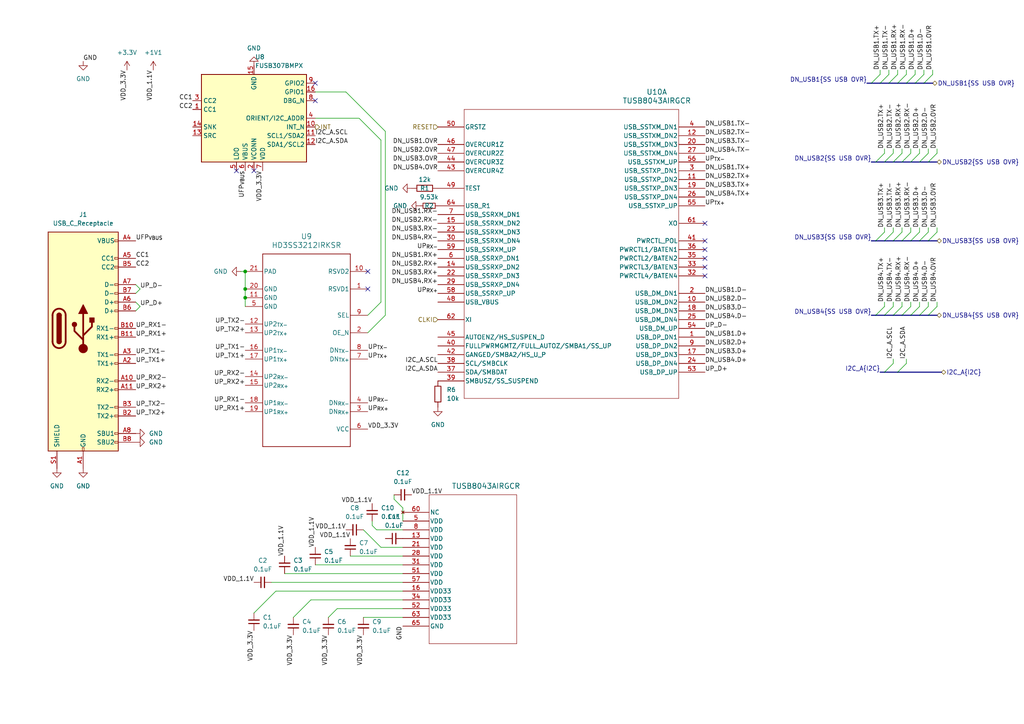
<source format=kicad_sch>
(kicad_sch (version 20230121) (generator eeschema)
  (paper "A4")
  (title_block (title "Upstream Port Module"))
  (lib_symbols
    (symbol "Connector:USB_C_Receptacle" (pin_names (offset 1.016))
      (property "Reference" "J" (at -10.16 29.21 0))
      (property "Value" "USB_C_Receptacle" (at 10.16 29.21 0))
      (symbol "USB_C_Receptacle_0_0"
        (rectangle (start -0.254 -35.56) (end 0.254 -34.544))
        (rectangle (start 10.16 -32.766) (end 9.144 -33.274))
        (rectangle (start 10.16 -30.226) (end 9.144 -30.734))
        (rectangle (start 10.16 -25.146) (end 9.144 -25.654))
        (rectangle (start 10.16 -22.606) (end 9.144 -23.114))
        (rectangle (start 10.16 -17.526) (end 9.144 -18.034))
        (rectangle (start 10.16 -14.986) (end 9.144 -15.494))
        (rectangle (start 10.16 -9.906) (end 9.144 -10.414))
        (rectangle (start 10.16 -7.366) (end 9.144 -7.874))
        (rectangle (start 10.16 -2.286) (end 9.144 -2.794))
        (rectangle (start 10.16 0.254) (end 9.144 -0.254))
        (rectangle (start 10.16 5.334) (end 9.144 4.826))
        (rectangle (start 10.16 7.874) (end 9.144 7.366))
        (rectangle (start 10.16 10.414) (end 9.144 9.906))
        (rectangle (start 10.16 12.954) (end 9.144 12.446))
        (rectangle (start 10.16 18.034) (end 9.144 17.526))
        (rectangle (start 10.16 20.574) (end 9.144 20.066))
        (rectangle (start 10.16 25.654) (end 9.144 25.146))
      )
      (symbol "USB_C_Receptacle_0_1"
        (rectangle (start -10.16 27.94) (end 10.16 -35.56) (stroke (width 0.254)) (fill (type background)))
        (arc (start -8.89 -3.81) (mid -6.985 -5.7067) (end -5.08 -3.81) (stroke (width 0.508)))
        (arc (start -7.62 -3.81) (mid -6.985 -4.4423) (end -6.35 -3.81) (stroke (width 0.254)))
        (arc (start -7.62 -3.81) (mid -6.985 -4.4423) (end -6.35 -3.81) (stroke (width 0.254)) (fill (type outline)))
        (rectangle (start -7.62 -3.81) (end -6.35 3.81) (stroke (width 0.254)) (fill (type outline)))
        (arc (start -6.35 3.81) (mid -6.985 4.4423) (end -7.62 3.81) (stroke (width 0.254)))
        (arc (start -6.35 3.81) (mid -6.985 4.4423) (end -7.62 3.81) (stroke (width 0.254)) (fill (type outline)))
        (arc (start -5.08 3.81) (mid -6.985 5.7067) (end -8.89 3.81) (stroke (width 0.508)))
        (polyline (pts (xy -8.89 -3.81) (xy -8.89 3.81)) (stroke (width 0.508)))
        (polyline (pts (xy -5.08 3.81) (xy -5.08 -3.81)) (stroke (width 0.508)))
      )
      (symbol "USB_C_Receptacle_1_1"
        (circle (center -2.54 1.143) (radius 0.635) (stroke (width 0.254)) (fill (type outline)))
        (circle (center 0 -5.842) (radius 1.27) (fill (type outline)))
        (polyline (pts (xy 0 -5.842) (xy 0 4.318)) (stroke (width 0.508)))
        (polyline (pts (xy 0 -3.302) (xy -2.54 -0.762) (xy -2.54 0.508)) (stroke (width 0.508)))
        (polyline (pts (xy 0 -2.032) (xy 2.54 0.508) (xy 2.54 1.778)) (stroke (width 0.508)))
        (polyline (pts (xy -1.27 4.318) (xy 0 6.858) (xy 1.27 4.318) (xy -1.27 4.318)) (stroke (width 0.254)) (fill (type outline)))
        (rectangle (start 1.905 1.778) (end 3.175 3.048) (stroke (width 0.254)) (fill (type outline)))
        (pin passive line (at 0 -40.64 90) (length 5.08) (name "GND") (number "A1"))
        (pin bidirectional line (at 15.24 -15.24 180) (length 5.08) (name "RX2-") (number "A10"))
        (pin bidirectional line (at 15.24 -17.78 180) (length 5.08) (name "RX2+") (number "A11"))
        (pin passive line (at 0 -40.64 90) (length 5.08) hide (name "GND") (number "A12"))
        (pin bidirectional line (at 15.24 -10.16 180) (length 5.08) (name "TX1+") (number "A2"))
        (pin bidirectional line (at 15.24 -7.62 180) (length 5.08) (name "TX1-") (number "A3"))
        (pin passive line (at 15.24 25.4 180) (length 5.08) (name "VBUS") (number "A4"))
        (pin bidirectional line (at 15.24 20.32 180) (length 5.08) (name "CC1") (number "A5"))
        (pin bidirectional line (at 15.24 7.62 180) (length 5.08) (name "D+") (number "A6"))
        (pin bidirectional line (at 15.24 12.7 180) (length 5.08) (name "D-") (number "A7"))
        (pin bidirectional line (at 15.24 -30.48 180) (length 5.08) (name "SBU1") (number "A8"))
        (pin passive line (at 15.24 25.4 180) (length 5.08) hide (name "VBUS") (number "A9"))
        (pin passive line (at 0 -40.64 90) (length 5.08) hide (name "GND") (number "B1"))
        (pin bidirectional line (at 15.24 0 180) (length 5.08) (name "RX1-") (number "B10"))
        (pin bidirectional line (at 15.24 -2.54 180) (length 5.08) (name "RX1+") (number "B11"))
        (pin passive line (at 0 -40.64 90) (length 5.08) hide (name "GND") (number "B12"))
        (pin bidirectional line (at 15.24 -25.4 180) (length 5.08) (name "TX2+") (number "B2"))
        (pin bidirectional line (at 15.24 -22.86 180) (length 5.08) (name "TX2-") (number "B3"))
        (pin passive line (at 15.24 25.4 180) (length 5.08) hide (name "VBUS") (number "B4"))
        (pin bidirectional line (at 15.24 17.78 180) (length 5.08) (name "CC2") (number "B5"))
        (pin bidirectional line (at 15.24 5.08 180) (length 5.08) (name "D+") (number "B6"))
        (pin bidirectional line (at 15.24 10.16 180) (length 5.08) (name "D-") (number "B7"))
        (pin bidirectional line (at 15.24 -33.02 180) (length 5.08) (name "SBU2") (number "B8"))
        (pin passive line (at 15.24 25.4 180) (length 5.08) hide (name "VBUS") (number "B9"))
        (pin passive line (at -7.62 -40.64 90) (length 5.08) (name "SHIELD") (number "S1"))
      )
    )
    (symbol "Device:C_Small" (pin_numbers hide) (pin_names (offset 0.254) hide)
      (property "Reference" "C" (at 0.254 1.778 0))
      (property "Value" "C_Small" (at 0.254 -2.032 0))
      (symbol "C_Small_0_1"
        (polyline (pts (xy -1.524 -0.508) (xy 1.524 -0.508)) (stroke (width 0.3302)))
        (polyline (pts (xy -1.524 0.508) (xy 1.524 0.508)) (stroke (width 0.3048)))
      )
      (symbol "C_Small_1_1"
        (pin passive line (at 0 2.54 270) (length 2.032) (name "~") (number "1"))
        (pin passive line (at 0 -2.54 90) (length 2.032) (name "~") (number "2"))
      )
    )
    (symbol "Device:R_Small" (pin_numbers hide) (pin_names (offset 0.254) hide)
      (property "Reference" "R" (at 0.762 0.508 0))
      (property "Value" "R_Small" (at 0.762 -1.016 0))
      (symbol "R_Small_0_1"
        (rectangle (start -0.762 1.778) (end 0.762 -1.778) (stroke (width 0.2032)))
      )
      (symbol "R_Small_1_1"
        (pin passive line (at 0 2.54 270) (length 0.762) (name "~") (number "1"))
        (pin passive line (at 0 -2.54 90) (length 0.762) (name "~") (number "2"))
      )
    )
    (symbol "Interface_USB:FUSB307BMPX"
      (property "Reference" "U" (at -15.24 13.97 0))
      (property "Value" "FUSB307BMPX" (at 6.35 13.97 0))
      (symbol "FUSB307BMPX_0_1"
        (rectangle (start -15.24 12.7) (end 15.24 -12.7) (stroke (width 0.254)) (fill (type background)))
      )
      (symbol "FUSB307BMPX_1_1"
        (pin bidirectional line (at 17.78 -2.54 180) (length 2.54) (name "CC1") (number "1"))
        (pin open_collector line (at -17.78 2.54 0) (length 2.54) (name "INT_N") (number "10"))
        (pin bidirectional line (at -17.78 5.08 0) (length 2.54) (name "SCL1/SDA2") (number "11"))
        (pin bidirectional line (at -17.78 7.62 0) (length 2.54) (name "SDA1/SCL2") (number "12"))
        (pin output line (at 17.78 5.08 180) (length 2.54) (name "SRC") (number "13"))
        (pin output line (at 17.78 2.54 180) (length 2.54) (name "SNK") (number "14"))
        (pin power_in line (at 0 -15.24 90) (length 2.54) (name "GND") (number "15"))
        (pin bidirectional line (at -17.78 -7.62 0) (length 2.54) (name "GPIO1") (number "16"))
        (pin passive line (at 0 -15.24 90) (length 2.54) hide (name "GND") (number "17"))
        (pin power_in line (at 0 15.24 270) (length 2.54) (name "VCONN") (number "2"))
        (pin bidirectional line (at 17.78 -5.08 180) (length 2.54) (name "CC2") (number "3"))
        (pin tri_state line (at -17.78 0 0) (length 2.54) (name "ORIENT/I2C_ADDR") (number "4"))
        (pin power_out line (at 5.08 15.24 270) (length 2.54) (name "LDO") (number "5"))
        (pin power_in line (at 2.54 15.24 270) (length 2.54) (name "VBUS") (number "6"))
        (pin power_in line (at -2.54 15.24 270) (length 2.54) (name "VDD") (number "7"))
        (pin open_collector line (at -17.78 -5.08 0) (length 2.54) (name "DBG_N") (number "8"))
        (pin bidirectional line (at -17.78 -10.16 0) (length 2.54) (name "GPIO2") (number "9"))
      )
    )
    (symbol "PCM_SL_Resistors:10k"
      (property "Reference" "R" (at 0 5.08 0))
      (property "Value" "10k" (at 0 2.54 0))
      (symbol "10k_0_1"
        (rectangle (start -2.286 0.889) (end 2.286 -0.889) (stroke (width 0.24)))
      )
      (symbol "10k_1_1"
        (pin passive line (at -3.81 0 0) (length 1.5) (name "") (number "1"))
        (pin passive line (at 3.81 0 180) (length 1.5) (name "~") (number "2"))
      )
    )
    (symbol "PCM_SL_Resistors:12k"
      (property "Reference" "R" (at 0 5.08 0))
      (property "Value" "12k" (at 0 2.54 0))
      (symbol "12k_0_1"
        (rectangle (start -2.286 0.889) (end 2.286 -0.889) (stroke (width 0.24)))
      )
      (symbol "12k_1_1"
        (pin passive line (at -3.81 0 0) (length 1.5) (name "") (number "1"))
        (pin passive line (at 3.81 0 180) (length 1.5) (name "~") (number "2"))
      )
    )
    (symbol "TUSB8043AIRGCR_1" (pin_names (offset 0.254))
      (property "Reference" "U3" (at 63.5 10.16 0))
      (property "Value" "TUSB8043AIRGCR" (at 63.5 7.62 0))
      (symbol "TUSB8043AIRGCR_1_1_1"
        (polyline (pts (xy 7.62 -78.74) (xy 69.85 -78.74)) (stroke (width 0.127)))
        (polyline (pts (xy 7.62 5.08) (xy 7.62 -78.74)) (stroke (width 0.127)))
        (polyline (pts (xy 69.85 -78.74) (xy 69.85 5.08)) (stroke (width 0.127)))
        (polyline (pts (xy 69.85 5.08) (xy 7.62 5.08)) (stroke (width 0.127)))
        (pin bidirectional line (at 77.47 -60.96 180) (length 7.62) (name "USB_DP_DN1") (number "1"))
        (pin bidirectional line (at 77.47 -50.8 180) (length 7.62) (name "USB_DM_DN2") (number "10"))
        (pin output line (at 77.47 -15.24 180) (length 7.62) (name "USB_SSTXP_DN2") (number "11"))
        (pin output line (at 77.47 -2.54 180) (length 7.62) (name "USB_SSTXM_DN2") (number "12"))
        (pin input line (at 0 -40.64 0) (length 7.62) (name "USB_SSRXP_DN2") (number "14"))
        (pin input line (at 0 -27.94 0) (length 7.62) (name "USB_SSRXM_DN2") (number "15"))
        (pin bidirectional line (at 77.47 -66.04 180) (length 7.62) (name "USB_DP_DN3") (number "17"))
        (pin bidirectional line (at 77.47 -53.34 180) (length 7.62) (name "USB_DM_DN3") (number "18"))
        (pin output line (at 77.47 -17.78 180) (length 7.62) (name "USB_SSTXP_DN3") (number "19"))
        (pin bidirectional line (at 77.47 -48.26 180) (length 7.62) (name "USB_DM_DN1") (number "2"))
        (pin output line (at 77.47 -5.08 180) (length 7.62) (name "USB_SSTXM_DN3") (number "20"))
        (pin input line (at 0 -43.18 0) (length 7.62) (name "USB_SSRXP_DN3") (number "22"))
        (pin input line (at 0 -30.48 0) (length 7.62) (name "USB_SSRXM_DN3") (number "23"))
        (pin bidirectional line (at 77.47 -68.58 180) (length 7.62) (name "USB_DP_DN4") (number "24"))
        (pin bidirectional line (at 77.47 -55.88 180) (length 7.62) (name "USB_DM_DN4") (number "25"))
        (pin output line (at 77.47 -20.32 180) (length 7.62) (name "USB_SSTXP_DN4") (number "26"))
        (pin output line (at 77.47 -7.62 180) (length 7.62) (name "USB_SSTXM_DN4") (number "27"))
        (pin input line (at 0 -45.72 0) (length 7.62) (name "USB_SSRXP_DN4") (number "29"))
        (pin output line (at 77.47 -12.7 180) (length 7.62) (name "USB_SSTXP_DN1") (number "3"))
        (pin input line (at 0 -33.02 0) (length 7.62) (name "USB_SSRXM_DN4") (number "30"))
        (pin bidirectional line (at 77.47 -43.18 180) (length 7.62) (name "PWRCTL4/BATEN4") (number "32"))
        (pin bidirectional line (at 77.47 -40.64 180) (length 7.62) (name "PWRCTL3/BATEN3") (number "33"))
        (pin bidirectional line (at 77.47 -38.1 180) (length 7.62) (name "PWRCTL2/BATEN2") (number "35"))
        (pin bidirectional line (at 77.47 -35.56 180) (length 7.62) (name "PWRCTL1/BATEN1") (number "36"))
        (pin bidirectional line (at 0 -71.12 0) (length 7.62) (name "SDA/SMBDAT") (number "37"))
        (pin bidirectional line (at 0 -68.58 0) (length 7.62) (name "SCL/SMBCLK") (number "38"))
        (pin bidirectional line (at 0 -73.66 0) (length 7.62) (name "SMBUSZ/SS_SUSPEND") (number "39"))
        (pin output line (at 77.47 0 180) (length 7.62) (name "USB_SSTXM_DN1") (number "4"))
        (pin bidirectional line (at 0 -63.5 0) (length 7.62) (name "FULLPWRMGMTZ/FULL_AUTOZ/SMBA1/SS_UP") (number "40"))
        (pin bidirectional line (at 77.47 -33.02 180) (length 7.62) (name "PWRCTL_POL") (number "41"))
        (pin bidirectional line (at 0 -66.04 0) (length 7.62) (name "GANGED/SMBA2/HS_U_P") (number "42"))
        (pin input line (at 0 -12.7 0) (length 7.62) (name "OVERCUR4Z") (number "43"))
        (pin input line (at 0 -10.16 0) (length 7.62) (name "OVERCUR3Z") (number "44"))
        (pin bidirectional line (at 0 -60.96 0) (length 7.62) (name "AUTOENZ/HS_SUSPEN_D") (number "45"))
        (pin input line (at 0 -5.08 0) (length 7.62) (name "OVERCUR1Z") (number "46"))
        (pin input line (at 0 -7.62 0) (length 7.62) (name "OVERCUR2Z") (number "47"))
        (pin input line (at 0 -50.8 0) (length 7.62) (name "USB_VBUS") (number "48"))
        (pin input line (at 0 -17.78 0) (length 7.62) (name "TEST") (number "49"))
        (pin input line (at 0 0 0) (length 7.62) (name "GRSTZ") (number "50"))
        (pin bidirectional line (at 77.47 -71.12 180) (length 7.62) (name "USB_DP_UP") (number "53"))
        (pin bidirectional line (at 77.47 -58.42 180) (length 7.62) (name "USB_DM_UP") (number "54"))
        (pin output line (at 77.47 -22.86 180) (length 7.62) (name "USB_SSTXP_UP") (number "55"))
        (pin output line (at 77.47 -10.16 180) (length 7.62) (name "USB_SSTXM_UP") (number "56"))
        (pin input line (at 0 -48.26 0) (length 7.62) (name "USB_SSRXP_UP") (number "58"))
        (pin input line (at 0 -35.56 0) (length 7.62) (name "USB_SSRXM_UP") (number "59"))
        (pin input line (at 0 -38.1 0) (length 7.62) (name "USB_SSRXP_DN1") (number "6"))
        (pin output line (at 77.47 -27.94 180) (length 7.62) (name "XO") (number "61"))
        (pin input line (at 0 -55.88 0) (length 7.62) (name "XI") (number "62"))
        (pin input line (at 0 -22.86 0) (length 7.62) (name "USB_R1") (number "64"))
        (pin input line (at 0 -25.4 0) (length 7.62) (name "USB_SSRXM_DN1") (number "7"))
        (pin bidirectional line (at 77.47 -63.5 180) (length 7.62) (name "USB_DP_DN2") (number "9"))
      )
      (symbol "TUSB8043AIRGCR_1_2_1"
        (polyline (pts (xy 7.62 -38.1) (xy 33.02 -38.1)) (stroke (width 0.127)))
        (polyline (pts (xy 7.62 5.08) (xy 7.62 -38.1)) (stroke (width 0.127)))
        (polyline (pts (xy 33.02 -38.1) (xy 33.02 5.08)) (stroke (width 0.127)))
        (polyline (pts (xy 33.02 5.08) (xy 7.62 5.08)) (stroke (width 0.127)))
        (pin power_in line (at 0 -7.62 0) (length 7.62) (name "VDD") (number "13"))
        (pin power_in line (at 0 -22.86 0) (length 7.62) (name "VDD33") (number "16"))
        (pin power_in line (at 0 -10.16 0) (length 7.62) (name "VDD") (number "21"))
        (pin power_in line (at 0 -12.7 0) (length 7.62) (name "VDD") (number "28"))
        (pin power_in line (at 0 -15.24 0) (length 7.62) (name "VDD") (number "31"))
        (pin power_in line (at 0 -25.4 0) (length 7.62) (name "VDD33") (number "34"))
        (pin power_in line (at 0 -2.54 0) (length 7.62) (name "VDD") (number "5"))
        (pin power_in line (at 0 -17.78 0) (length 7.62) (name "VDD") (number "51"))
        (pin power_in line (at 0 -27.94 0) (length 7.62) (name "VDD33") (number "52"))
        (pin power_in line (at 0 -20.32 0) (length 7.62) (name "VDD") (number "57"))
        (pin no_connect line (at 0 0 0) (length 7.62) (name "NC") (number "60"))
        (pin power_in line (at 0 -30.48 0) (length 7.62) (name "VDD33") (number "63"))
        (pin power_out line (at 0 -33.02 0) (length 7.62) (name "GND") (number "65"))
        (pin power_in line (at 0 -5.08 0) (length 7.62) (name "VDD") (number "8"))
      )
    )
    (symbol "power:+1V1" (power) (pin_names (offset 0))
      (property "Value" "+1V1" (at 0 3.556 0))
      (symbol "+1V1_0_1"
        (polyline (pts (xy -0.762 1.27) (xy 0 2.54)))
        (polyline (pts (xy 0 0) (xy 0 2.54)))
        (polyline (pts (xy 0 2.54) (xy 0.762 1.27)))
      )
      (symbol "+1V1_1_1"
        (pin power_in line (at 0 0 90) (length 0) hide (name "+1V1") (number "1"))
      )
    )
    (symbol "power:+3.3V" (power) (pin_names (offset 0))
      (property "Value" "+3.3V" (at 0 3.556 0))
      (symbol "+3.3V_0_1"
        (polyline (pts (xy -0.762 1.27) (xy 0 2.54)))
        (polyline (pts (xy 0 0) (xy 0 2.54)))
        (polyline (pts (xy 0 2.54) (xy 0.762 1.27)))
      )
      (symbol "+3.3V_1_1"
        (pin power_in line (at 0 0 90) (length 0) hide (name "+3.3V") (number "1"))
      )
    )
    (symbol "power:GND" (power) (pin_names (offset 0))
      (property "Value" "GND" (at 0 -3.81 0))
      (symbol "GND_0_1"
        (polyline (pts (xy 0 0) (xy 0 -1.27) (xy 1.27 -1.27) (xy 0 -2.54) (xy -1.27 -1.27) (xy 0 -1.27)))
      )
      (symbol "GND_1_1"
        (pin power_in line (at 0 0 270) (length 0) hide (name "GND") (number "1"))
      )
    )
    (symbol "project-library:HD3SS3212IRKSR" (pin_names (offset 0.254))
      (property "Reference" "U2" (at 0 -33.02 0))
      (property "Value" "HD3SS3212IRKSR" (at 0 -30.48 0))
      (symbol "HD3SS3212IRKSR_0_1"
        (polyline (pts (xy -12.7 -27.94) (xy 12.7 -27.94)) (stroke (width 0.2032)))
        (polyline (pts (xy -12.7 27.94) (xy -12.7 -27.94)) (stroke (width 0.2032)))
        (polyline (pts (xy 12.7 -27.94) (xy 12.7 27.94)) (stroke (width 0.2032)))
        (polyline (pts (xy 12.7 27.94) (xy -12.7 27.94)) (stroke (width 0.2032)))
        (pin unspecified line (at -17.78 -17.78 0) (length 5.08) (name "RSVD1") (number "1"))
        (pin unspecified line (at -17.78 -22.86 0) (length 5.08) (name "RSVD2") (number "10"))
        (pin power_in line (at 17.78 -15.24 180) (length 5.08) (name "GND") (number "11"))
        (pin input line (at -17.78 -5.08 0) (length 5.08) (name "OE_N") (number "2"))
        (pin power_in line (at 17.78 -17.78 180) (length 5.08) (name "GND") (number "20"))
        (pin power_in line (at 17.78 -22.86 180) (length 5.08) (name "PAD") (number "21"))
        (pin power_in line (at 17.78 -12.7 180) (length 5.08) (name "GND") (number "5"))
        (pin power_in line (at -17.78 22.86 0) (length 5.08) (name "VCC") (number "6"))
        (pin input line (at -17.78 -10.16 0) (length 5.08) (name "SEL") (number "9"))
      )
      (symbol "HD3SS3212IRKSR_1_1"
        (pin bidirectional line (at 17.78 -7.62 180) (length 5.08) (name "UP2_{TX-}") (number "12"))
        (pin bidirectional line (at 17.78 -5.08 180) (length 5.08) (name "UP2_{TX+}") (number "13"))
        (pin bidirectional line (at 17.78 7.62 180) (length 5.08) (name "UP2_{RX-}") (number "14"))
        (pin bidirectional line (at 17.78 10.16 180) (length 5.08) (name "UP2_{RX+}") (number "15"))
        (pin bidirectional line (at 17.78 0 180) (length 5.08) (name "UP1_{TX-}") (number "16"))
        (pin bidirectional line (at 17.78 2.54 180) (length 5.08) (name "UP1_{TX+}") (number "17"))
        (pin bidirectional line (at 17.78 15.24 180) (length 5.08) (name "UP1_{RX-}") (number "18"))
        (pin bidirectional line (at 17.78 17.78 180) (length 5.08) (name "UP1_{RX+}") (number "19"))
        (pin bidirectional line (at -17.78 17.78 0) (length 5.08) (name "DN_{RX+}") (number "3"))
        (pin bidirectional line (at -17.78 15.24 0) (length 5.08) (name "DN_{RX-}") (number "4"))
        (pin bidirectional line (at -17.78 2.54 0) (length 5.08) (name "DN_{TX+}") (number "7"))
        (pin bidirectional line (at -17.78 0 0) (length 5.08) (name "DN_{TX-}") (number "8"))
      )
    )
    (symbol "project-library:TUSB8043AIRGCR" (pin_names (offset 0.254))
      (property "Reference" "U3" (at 63.5 10.16 0))
      (property "Value" "TUSB8043AIRGCR" (at 63.5 7.62 0))
      (symbol "TUSB8043AIRGCR_1_1"
        (polyline (pts (xy 7.62 -78.74) (xy 69.85 -78.74)) (stroke (width 0.127)))
        (polyline (pts (xy 7.62 5.08) (xy 7.62 -78.74)) (stroke (width 0.127)))
        (polyline (pts (xy 69.85 -78.74) (xy 69.85 5.08)) (stroke (width 0.127)))
        (polyline (pts (xy 69.85 5.08) (xy 7.62 5.08)) (stroke (width 0.127)))
        (pin bidirectional line (at 77.47 -60.96 180) (length 7.62) (name "USB_DP_DN1") (number "1"))
        (pin bidirectional line (at 77.47 -50.8 180) (length 7.62) (name "USB_DM_DN2") (number "10"))
        (pin output line (at 77.47 -15.24 180) (length 7.62) (name "USB_SSTXP_DN2") (number "11"))
        (pin output line (at 77.47 -2.54 180) (length 7.62) (name "USB_SSTXM_DN2") (number "12"))
        (pin input line (at 0 -40.64 0) (length 7.62) (name "USB_SSRXP_DN2") (number "14"))
        (pin input line (at 0 -27.94 0) (length 7.62) (name "USB_SSRXM_DN2") (number "15"))
        (pin bidirectional line (at 77.47 -66.04 180) (length 7.62) (name "USB_DP_DN3") (number "17"))
        (pin bidirectional line (at 77.47 -53.34 180) (length 7.62) (name "USB_DM_DN3") (number "18"))
        (pin output line (at 77.47 -17.78 180) (length 7.62) (name "USB_SSTXP_DN3") (number "19"))
        (pin bidirectional line (at 77.47 -48.26 180) (length 7.62) (name "USB_DM_DN1") (number "2"))
        (pin output line (at 77.47 -5.08 180) (length 7.62) (name "USB_SSTXM_DN3") (number "20"))
        (pin input line (at 0 -43.18 0) (length 7.62) (name "USB_SSRXP_DN3") (number "22"))
        (pin input line (at 0 -30.48 0) (length 7.62) (name "USB_SSRXM_DN3") (number "23"))
        (pin bidirectional line (at 77.47 -68.58 180) (length 7.62) (name "USB_DP_DN4") (number "24"))
        (pin bidirectional line (at 77.47 -55.88 180) (length 7.62) (name "USB_DM_DN4") (number "25"))
        (pin output line (at 77.47 -20.32 180) (length 7.62) (name "USB_SSTXP_DN4") (number "26"))
        (pin output line (at 77.47 -7.62 180) (length 7.62) (name "USB_SSTXM_DN4") (number "27"))
        (pin input line (at 0 -45.72 0) (length 7.62) (name "USB_SSRXP_DN4") (number "29"))
        (pin output line (at 77.47 -12.7 180) (length 7.62) (name "USB_SSTXP_DN1") (number "3"))
        (pin input line (at 0 -33.02 0) (length 7.62) (name "USB_SSRXM_DN4") (number "30"))
        (pin bidirectional line (at 77.47 -43.18 180) (length 7.62) (name "PWRCTL4/BATEN4") (number "32"))
        (pin bidirectional line (at 77.47 -40.64 180) (length 7.62) (name "PWRCTL3/BATEN3") (number "33"))
        (pin bidirectional line (at 77.47 -38.1 180) (length 7.62) (name "PWRCTL2/BATEN2") (number "35"))
        (pin bidirectional line (at 77.47 -35.56 180) (length 7.62) (name "PWRCTL1/BATEN1") (number "36"))
        (pin bidirectional line (at 0 -71.12 0) (length 7.62) (name "SDA/SMBDAT") (number "37"))
        (pin bidirectional line (at 0 -68.58 0) (length 7.62) (name "SCL/SMBCLK") (number "38"))
        (pin bidirectional line (at 0 -73.66 0) (length 7.62) (name "SMBUSZ/SS_SUSPEND") (number "39"))
        (pin output line (at 77.47 0 180) (length 7.62) (name "USB_SSTXM_DN1") (number "4"))
        (pin bidirectional line (at 0 -63.5 0) (length 7.62) (name "FULLPWRMGMTZ/FULL_AUTOZ/SMBA1/SS_UP") (number "40"))
        (pin bidirectional line (at 77.47 -33.02 180) (length 7.62) (name "PWRCTL_POL") (number "41"))
        (pin bidirectional line (at 0 -66.04 0) (length 7.62) (name "GANGED/SMBA2/HS_U_P") (number "42"))
        (pin input line (at 0 -12.7 0) (length 7.62) (name "OVERCUR4Z") (number "43"))
        (pin input line (at 0 -10.16 0) (length 7.62) (name "OVERCUR3Z") (number "44"))
        (pin bidirectional line (at 0 -60.96 0) (length 7.62) (name "AUTOENZ/HS_SUSPEN_D") (number "45"))
        (pin input line (at 0 -5.08 0) (length 7.62) (name "OVERCUR1Z") (number "46"))
        (pin input line (at 0 -7.62 0) (length 7.62) (name "OVERCUR2Z") (number "47"))
        (pin input line (at 0 -50.8 0) (length 7.62) (name "USB_VBUS") (number "48"))
        (pin input line (at 0 -17.78 0) (length 7.62) (name "TEST") (number "49"))
        (pin input line (at 0 0 0) (length 7.62) (name "GRSTZ") (number "50"))
        (pin bidirectional line (at 77.47 -71.12 180) (length 7.62) (name "USB_DP_UP") (number "53"))
        (pin bidirectional line (at 77.47 -58.42 180) (length 7.62) (name "USB_DM_UP") (number "54"))
        (pin output line (at 77.47 -22.86 180) (length 7.62) (name "USB_SSTXP_UP") (number "55"))
        (pin output line (at 77.47 -10.16 180) (length 7.62) (name "USB_SSTXM_UP") (number "56"))
        (pin input line (at 0 -48.26 0) (length 7.62) (name "USB_SSRXP_UP") (number "58"))
        (pin input line (at 0 -35.56 0) (length 7.62) (name "USB_SSRXM_UP") (number "59"))
        (pin input line (at 0 -38.1 0) (length 7.62) (name "USB_SSRXP_DN1") (number "6"))
        (pin output line (at 77.47 -27.94 180) (length 7.62) (name "XO") (number "61"))
        (pin input line (at 0 -55.88 0) (length 7.62) (name "XI") (number "62"))
        (pin input line (at 0 -22.86 0) (length 7.62) (name "USB_R1") (number "64"))
        (pin input line (at 0 -25.4 0) (length 7.62) (name "USB_SSRXM_DN1") (number "7"))
        (pin bidirectional line (at 77.47 -63.5 180) (length 7.62) (name "USB_DP_DN2") (number "9"))
      )
      (symbol "TUSB8043AIRGCR_2_1"
        (polyline (pts (xy 7.62 -38.1) (xy 33.02 -38.1)) (stroke (width 0.127)))
        (polyline (pts (xy 7.62 5.08) (xy 7.62 -38.1)) (stroke (width 0.127)))
        (polyline (pts (xy 33.02 -38.1) (xy 33.02 5.08)) (stroke (width 0.127)))
        (polyline (pts (xy 33.02 5.08) (xy 7.62 5.08)) (stroke (width 0.127)))
        (pin power_in line (at 0 -7.62 0) (length 7.62) (name "VDD") (number "13"))
        (pin power_in line (at 0 -22.86 0) (length 7.62) (name "VDD33") (number "16"))
        (pin power_in line (at 0 -10.16 0) (length 7.62) (name "VDD") (number "21"))
        (pin power_in line (at 0 -12.7 0) (length 7.62) (name "VDD") (number "28"))
        (pin power_in line (at 0 -15.24 0) (length 7.62) (name "VDD") (number "31"))
        (pin power_in line (at 0 -25.4 0) (length 7.62) (name "VDD33") (number "34"))
        (pin power_in line (at 0 -2.54 0) (length 7.62) (name "VDD") (number "5"))
        (pin power_in line (at 0 -17.78 0) (length 7.62) (name "VDD") (number "51"))
        (pin power_in line (at 0 -27.94 0) (length 7.62) (name "VDD33") (number "52"))
        (pin power_in line (at 0 -20.32 0) (length 7.62) (name "VDD") (number "57"))
        (pin no_connect line (at 0 0 0) (length 7.62) (name "NC") (number "60"))
        (pin power_in line (at 0 -30.48 0) (length 7.62) (name "VDD33") (number "63"))
        (pin power_out line (at 0 -33.02 0) (length 7.62) (name "GND") (number "65"))
        (pin power_in line (at 0 -5.08 0) (length 7.62) (name "VDD") (number "8"))
      )
    )
  )
  (bus_alias "CCBUS" (members "CC1" "CC2"))
  (bus_alias "I2C" (members "SCL" "SDA"))
  (bus_alias "I2C_ADDR" (members "A1" "A2" "A0"))
  (bus_alias "SS" (members "TX+" "TX-" "RX+" "RX-"))
  (bus_alias "USB" (members "D+" "D-"))
  (junction (at 71.12 86.36))
  (junction (at 71.12 83.82))
  (junction (at 71.12 78.74))
  (no_connect (at 204.47 64.77))
  (no_connect (at 204.47 74.93))
  (no_connect (at 204.47 80.01))
  (no_connect (at 204.47 69.85))
  (no_connect (at 91.44 29.21))
  (no_connect (at 204.47 72.39))
  (no_connect (at 68.58 49.53))
  (no_connect (at 106.68 83.82))
  (no_connect (at 106.68 78.74))
  (no_connect (at 204.47 77.47))
  (no_connect (at 91.44 24.13))
  (no_connect (at 73.66 49.53))
  (bus_entry (at 256.54 69.85) (size 2.54 -2.54))
  (bus_entry (at 257.81 24.13) (size 2.54 -2.54))
  (bus_entry (at 266.7 46.99) (size 2.54 -2.54))
  (bus_entry (at 259.08 91.44) (size 2.54 -2.54))
  (bus_entry (at 259.08 69.85) (size 2.54 -2.54))
  (bus_entry (at 267.97 24.13) (size 2.54 -2.54))
  (bus_entry (at 265.43 24.13) (size 2.54 -2.54))
  (bus_entry (at 254 91.44) (size 2.54 -2.54))
  (bus_entry (at 252.73 24.13) (size 2.54 -2.54))
  (bus_entry (at 262.89 24.13) (size 2.54 -2.54))
  (bus_entry (at 256.54 91.44) (size 2.54 -2.54))
  (bus_entry (at 261.62 91.44) (size 2.54 -2.54))
  (bus_entry (at 260.35 107.95) (size 2.54 -2.54))
  (bus_entry (at 269.24 46.99) (size 2.54 -2.54))
  (bus_entry (at 264.16 91.44) (size 2.54 -2.54))
  (bus_entry (at 261.62 46.99) (size 2.54 -2.54))
  (bus_entry (at 264.16 46.99) (size 2.54 -2.54))
  (bus_entry (at 254 46.99) (size 2.54 -2.54))
  (bus_entry (at 260.35 24.13) (size 2.54 -2.54))
  (bus_entry (at 256.54 46.99) (size 2.54 -2.54))
  (bus_entry (at 255.27 24.13) (size 2.54 -2.54))
  (bus_entry (at 259.08 46.99) (size 2.54 -2.54))
  (bus_entry (at 269.24 91.44) (size 2.54 -2.54))
  (bus_entry (at 264.16 69.85) (size 2.54 -2.54))
  (bus_entry (at 254 69.85) (size 2.54 -2.54))
  (bus_entry (at 269.24 69.85) (size 2.54 -2.54))
  (bus_entry (at 266.7 91.44) (size 2.54 -2.54))
  (bus_entry (at 256.54 107.95) (size 2.54 -2.54))
  (bus_entry (at 266.7 69.85) (size 2.54 -2.54))
  (bus_entry (at 261.62 69.85) (size 2.54 -2.54))
  (wire (pts (xy 259.08 104.14) (xy 259.08 105.41)))
  (wire (pts (xy 105.41 179.07) (xy 116.84 179.07)))
  (wire (pts (xy 266.7 87.63) (xy 266.7 88.9)))
  (wire (pts (xy 39.37 87.63) (xy 40.64 88.9)))
  (wire (pts (xy 256.54 66.04) (xy 256.54 67.31)))
  (wire (pts (xy 116.84 173.99) (xy 90.17 173.99)))
  (wire (pts (xy 107.95 151.13) (xy 107.95 152.4)))
  (bus (pts (xy 261.62 69.85) (xy 264.16 69.85)))
  (wire (pts (xy 266.7 66.04) (xy 266.7 67.31)))
  (bus (pts (xy 267.97 24.13) (xy 270.51 24.13)))
  (wire (pts (xy 116.84 151.13) (xy 116.84 147.32)))
  (bus (pts (xy 252.73 69.85) (xy 254 69.85)))
  (bus (pts (xy 252.73 91.44) (xy 254 91.44)))
  (bus (pts (xy 254 91.44) (xy 256.54 91.44)))
  (wire (pts (xy 264.16 66.04) (xy 264.16 67.31)))
  (wire (pts (xy 264.16 87.63) (xy 264.16 88.9)))
  (wire (pts (xy 267.97 20.32) (xy 267.97 21.59)))
  (wire (pts (xy 114.3 143.51) (xy 114.3 144.78)))
  (wire (pts (xy 271.78 43.18) (xy 271.78 44.45)))
  (wire (pts (xy 269.24 43.18) (xy 269.24 44.45)))
  (wire (pts (xy 260.35 20.32) (xy 260.35 21.59)))
  (wire (pts (xy 111.76 38.1) (xy 111.76 91.44)))
  (bus (pts (xy 266.7 46.99) (xy 269.24 46.99)))
  (bus (pts (xy 257.81 24.13) (xy 260.35 24.13)))
  (wire (pts (xy 259.08 88.9) (xy 259.08 87.63)))
  (wire (pts (xy 101.6 161.29) (xy 116.84 161.29)))
  (bus (pts (xy 255.27 24.13) (xy 257.81 24.13)))
  (wire (pts (xy 270.51 20.32) (xy 270.51 21.59)))
  (wire (pts (xy 271.78 66.04) (xy 271.78 67.31)))
  (wire (pts (xy 109.22 153.67) (xy 107.95 152.4)))
  (bus (pts (xy 252.73 24.13) (xy 255.27 24.13)))
  (wire (pts (xy 104.14 34.29) (xy 110.49 40.64)))
  (bus (pts (xy 260.35 24.13) (xy 262.89 24.13)))
  (wire (pts (xy 116.84 176.53) (xy 97.79 176.53)))
  (bus (pts (xy 252.73 46.99) (xy 254 46.99)))
  (wire (pts (xy 97.79 176.53) (xy 95.25 179.07)))
  (wire (pts (xy 269.24 66.04) (xy 269.24 67.31)))
  (wire (pts (xy 256.54 87.63) (xy 256.54 88.9)))
  (bus (pts (xy 260.35 107.95) (xy 273.05 107.95)))
  (wire (pts (xy 262.89 104.14) (xy 262.89 105.41)))
  (wire (pts (xy 261.62 66.04) (xy 261.62 67.31)))
  (bus (pts (xy 256.54 91.44) (xy 259.08 91.44)))
  (wire (pts (xy 71.12 86.36) (xy 71.12 88.9)))
  (wire (pts (xy 82.55 166.37) (xy 116.84 166.37)))
  (wire (pts (xy 116.84 158.75) (xy 110.49 158.75)))
  (bus (pts (xy 262.89 24.13) (xy 265.43 24.13)))
  (bus (pts (xy 269.24 46.99) (xy 271.78 46.99)))
  (wire (pts (xy 116.84 171.45) (xy 80.01 171.45)))
  (bus (pts (xy 264.16 91.44) (xy 266.7 91.44)))
  (bus (pts (xy 256.54 107.95) (xy 260.35 107.95)))
  (bus (pts (xy 256.54 69.85) (xy 259.08 69.85)))
  (wire (pts (xy 40.64 83.82) (xy 39.37 85.09)))
  (bus (pts (xy 255.27 107.95) (xy 256.54 107.95)))
  (wire (pts (xy 261.62 43.18) (xy 261.62 44.45)))
  (wire (pts (xy 110.49 158.75) (xy 105.41 153.67)))
  (wire (pts (xy 116.84 147.32) (xy 114.3 144.78)))
  (wire (pts (xy 116.84 153.67) (xy 109.22 153.67)))
  (wire (pts (xy 78.74 168.91) (xy 116.84 168.91)))
  (wire (pts (xy 256.54 43.18) (xy 256.54 44.45)))
  (wire (pts (xy 40.64 88.9) (xy 39.37 90.17)))
  (wire (pts (xy 269.24 87.63) (xy 269.24 88.9)))
  (wire (pts (xy 100.33 26.67) (xy 111.76 38.1)))
  (wire (pts (xy 111.76 91.44) (xy 106.68 96.52)))
  (wire (pts (xy 71.12 78.74) (xy 71.12 83.82)))
  (bus (pts (xy 265.43 24.13) (xy 267.97 24.13)))
  (wire (pts (xy 110.49 87.63) (xy 106.68 91.44)))
  (wire (pts (xy 259.08 44.45) (xy 259.08 43.18)))
  (bus (pts (xy 259.08 46.99) (xy 261.62 46.99)))
  (bus (pts (xy 254 46.99) (xy 256.54 46.99)))
  (wire (pts (xy 255.27 20.32) (xy 255.27 21.59)))
  (wire (pts (xy 261.62 87.63) (xy 261.62 88.9)))
  (bus (pts (xy 269.24 69.85) (xy 271.78 69.85)))
  (wire (pts (xy 91.44 34.29) (xy 104.14 34.29)))
  (bus (pts (xy 254 69.85) (xy 256.54 69.85)))
  (wire (pts (xy 262.89 20.32) (xy 262.89 21.59)))
  (wire (pts (xy 80.01 171.45) (xy 73.66 177.8)))
  (bus (pts (xy 259.08 91.44) (xy 261.62 91.44)))
  (bus (pts (xy 261.62 91.44) (xy 264.16 91.44)))
  (wire (pts (xy 110.49 40.64) (xy 110.49 87.63)))
  (wire (pts (xy 71.12 83.82) (xy 71.12 86.36)))
  (wire (pts (xy 266.7 43.18) (xy 266.7 44.45)))
  (wire (pts (xy 259.08 67.31) (xy 259.08 66.04)))
  (bus (pts (xy 259.08 69.85) (xy 261.62 69.85)))
  (bus (pts (xy 261.62 46.99) (xy 264.16 46.99)))
  (bus (pts (xy 264.16 69.85) (xy 266.7 69.85)))
  (wire (pts (xy 90.17 173.99) (xy 85.09 179.07)))
  (wire (pts (xy 69.85 78.74) (xy 71.12 78.74)))
  (bus (pts (xy 266.7 69.85) (xy 269.24 69.85)))
  (wire (pts (xy 264.16 43.18) (xy 264.16 44.45)))
  (bus (pts (xy 251.46 24.13) (xy 252.73 24.13)))
  (bus (pts (xy 269.24 91.44) (xy 271.78 91.44)))
  (wire (pts (xy 265.43 20.32) (xy 265.43 21.59)))
  (bus (pts (xy 264.16 46.99) (xy 266.7 46.99)))
  (bus (pts (xy 256.54 46.99) (xy 259.08 46.99)))
  (wire (pts (xy 39.37 82.55) (xy 40.64 83.82)))
  (wire (pts (xy 91.44 26.67) (xy 100.33 26.67)))
  (bus (pts (xy 266.7 91.44) (xy 269.24 91.44)))
  (wire (pts (xy 91.44 163.83) (xy 116.84 163.83)))
  (wire (pts (xy 257.81 21.59) (xy 257.81 20.32)))
  (wire (pts (xy 271.78 87.63) (xy 271.78 88.9)))
  (label "UP_RX1-" (at 39.37 95.25 0))
  (label "UP_D+" (at 204.47 107.95 0))
  (label "UFP_{VBUS}" (at 39.37 69.85 0))
  (label "DN_USB2.OVR" (at 271.78 43.18 90))
  (label "UP_{RX-}" (at 127 72.39 180))
  (label "VDD_3.3V" (at 73.66 182.88 270))
  (label "DN_USB2.OVR" (at 127 44.45 180))
  (label "VDD_1.1V" (at 119.38 143.51 0))
  (label "DN_USB3.TX+" (at 256.54 66.04 90))
  (label "VDD_3.3V" (at 106.68 124.46 0))
  (label "DN_USB4.D+" (at 266.7 87.63 90))
  (label "GND" (at 116.84 181.61 270))
  (label "DN_USB3.RX-" (at 264.16 66.04 90))
  (label "UP_D-" (at 40.64 83.82 0))
  (label "UP_{TX+}" (at 106.68 104.14 0))
  (label "UP_D-" (at 204.47 95.25 0))
  (label "DN_USB2.D-" (at 204.47 87.63 0))
  (label "UP_RX1+" (at 71.12 119.38 180))
  (label "DN_USB1.TX+" (at 255.27 20.32 90))
  (label "DN_USB3.TX-" (at 259.08 66.04 90))
  (label "GND" (at 24.13 17.78 0))
  (label "VDD_1.1V" (at 101.6 156.21 180))
  (label "VDD_3.3V" (at 36.83 20.32 270))
  (label "UP_D+" (at 40.64 88.9 0))
  (label "UP_{TX-}" (at 204.47 46.99 0))
  (label "DN_USB4.TX-" (at 204.47 44.45 0))
  (label "DN_USB4.D-" (at 204.47 92.71 0))
  (label "DN_USB1.RX+" (at 127 74.93 180))
  (label "UP_TX1-" (at 71.12 101.6 180))
  (label "VDD_1.1V" (at 107.95 146.05 180))
  (label "DN_USB1.RX-" (at 262.89 20.32 90))
  (label "DN_USB1.TX+" (at 204.47 49.53 0))
  (label "UP_RX2-" (at 71.12 109.22 180))
  (label "DN_USB1.D-" (at 204.47 85.09 0))
  (label "DN_USB4.TX+" (at 256.54 87.63 90))
  (label "VDD_1.1V" (at 44.45 20.32 270))
  (label "DN_USB2.TX+" (at 256.54 43.18 90))
  (label "DN_USB1.D+" (at 204.47 97.79 0))
  (label "DN_USB3.RX-" (at 127 67.31 180))
  (label "DN_USB3.D+" (at 204.47 102.87 0))
  (label "I2C_A.SCL" (at 127 105.41 180))
  (label "VDD_3.3V" (at 85.09 184.15 270))
  (label "DN_USB4.OVR" (at 271.78 87.63 90))
  (label "DN_USB4.RX-" (at 264.16 87.63 90))
  (label "DN_USB4.D-" (at 269.24 87.63 90))
  (label "VDD_1.1V" (at 73.66 168.91 180))
  (label "CC1" (at 39.37 74.93 0))
  (label "DN_USB2.TX-" (at 259.08 43.18 90))
  (label "I2C_A{I2C}" (at 255.27 107.95 180))
  (label "CC2" (at 55.88 31.75 180))
  (label "UP_TX1+" (at 39.37 105.41 0))
  (label "DN_USB4.RX+" (at 127 82.55 180))
  (label "DN_USB2{SS USB OVR}" (at 252.73 46.99 180))
  (label "UP_{RX-}" (at 106.68 116.84 0))
  (label "UP_TX2+" (at 71.12 96.52 180))
  (label "DN_USB3.RX+" (at 127 80.01 180))
  (label "UP_RX2-" (at 39.37 110.49 0))
  (label "VDD_1.1V" (at 91.44 158.75 90))
  (label "UP_RX2+" (at 39.37 113.03 0))
  (label "UP_TX1+" (at 71.12 104.14 180))
  (label "DN_USB2.D-" (at 269.24 43.18 90))
  (label "DN_USB2.TX-" (at 204.47 39.37 0))
  (label "VDD_3.3V" (at 105.41 184.15 270))
  (label "UP_RX2+" (at 71.12 111.76 180))
  (label "DN_USB2.RX-" (at 127 64.77 180))
  (label "UP_TX2+" (at 39.37 120.65 0))
  (label "DN_USB3.OVR" (at 127 46.99 180))
  (label "DN_USB2.D+" (at 204.47 100.33 0))
  (label "DN_USB1.RX-" (at 127 62.23 180))
  (label "I2C_A.SCL" (at 91.44 39.37 0))
  (label "UP_{TX-}" (at 106.68 101.6 0))
  (label "UP_TX1-" (at 39.37 102.87 0))
  (label "DN_USB3.D-" (at 269.24 66.04 90))
  (label "DN_USB3.TX-" (at 204.47 41.91 0))
  (label "DN_USB3.D+" (at 266.7 66.04 90))
  (label "DN_USB1.OVR" (at 270.51 20.32 90))
  (label "UP_TX2-" (at 71.12 93.98 180))
  (label "DN_USB4.RX+" (at 261.62 87.63 90))
  (label "DN_USB2.RX+" (at 127 77.47 180))
  (label "UP_{TX+}" (at 204.47 59.69 0))
  (label "DN_USB3{SS USB OVR}" (at 252.73 69.85 180))
  (label "DN_USB1.D-" (at 267.97 20.32 90))
  (label "DN_USB3.OVR" (at 271.78 66.04 90))
  (label "DN_USB1.OVR" (at 127 41.91 180))
  (label "DN_USB4.OVR" (at 127 49.53 180))
  (label "DN_USB1.TX-" (at 257.81 20.32 90))
  (label "UP_{RX+}" (at 127 85.09 180))
  (label "I2C_A.SCL" (at 259.08 104.14 90))
  (label "I2C_A.SDA" (at 127 107.95 180))
  (label "UP_TX2-" (at 39.37 118.11 0))
  (label "I2C_A.SDA" (at 262.89 104.14 90))
  (label "UFP_{VBUS}" (at 71.12 49.53 270))
  (label "DN_USB1.RX+" (at 260.35 20.32 90))
  (label "DN_USB3.TX+" (at 204.47 54.61 0))
  (label "I2C_A.SDA" (at 91.44 41.91 0))
  (label "DN_USB2.RX+" (at 261.62 43.18 90))
  (label "CC2" (at 39.37 77.47 0))
  (label "DN_USB2.RX-" (at 264.16 43.18 90))
  (label "UP_RX1+" (at 39.37 97.79 0))
  (label "DN_USB4.D+" (at 204.47 105.41 0))
  (label "UP_RX1-" (at 71.12 116.84 180))
  (label "DN_USB4{SS USB OVR}" (at 252.73 91.44 180))
  (label "UP_{RX+}" (at 106.68 119.38 0))
  (label "CC1" (at 55.88 29.21 180))
  (label "DN_USB1{SS USB OVR}" (at 251.46 24.13 180))
  (label "VDD_3.3V" (at 95.25 184.15 270))
  (label "DN_USB4.RX-" (at 127 69.85 180))
  (label "DN_USB2.TX+" (at 204.47 52.07 0))
  (label "VDD_1.1V" (at 82.55 161.29 90))
  (label "VDD_1.1V" (at 100.33 153.67 180))
  (label "DN_USB4.TX-" (at 259.08 87.63 90))
  (label "DN_USB3.RX+" (at 261.62 66.04 90))
  (label "DN_USB1.TX-" (at 204.47 36.83 0))
  (label "DN_USB1.D+" (at 265.43 20.32 90))
  (label "VDD_3.3V" (at 76.2 49.53 270))
  (label "DN_USB4.TX+" (at 204.47 57.15 0))
  (label "DN_USB3.D-" (at 204.47 90.17 0))
  (label "DN_USB2.D+" (at 266.7 43.18 90))
  (hierarchical_label "DN_USB1{SS USB OVR}" (shape bidirectional) (at 270.51 24.13 0))
  (hierarchical_label "CLKI" (shape input) (at 127 92.71 180))
  (hierarchical_label "DN_USB3{SS USB OVR}" (shape bidirectional) (at 271.78 69.85 0))
  (hierarchical_label "DN_USB2{SS USB OVR}" (shape bidirectional) (at 271.78 46.99 0))
  (hierarchical_label "INT" (shape output) (at 91.44 36.83 0))
  (hierarchical_label "RESET" (shape input) (at 127 36.83 180))
  (hierarchical_label "I2C_A{I2C}" (shape bidirectional) (at 273.05 107.95 0))
  (hierarchical_label "DN_USB4{SS USB OVR}" (shape bidirectional) (at 271.78 91.44 0))
  (symbol (lib_id "Device:C_Small") (at 82.55 163.83 180) (unit 1)
    (property "Reference" "C3" (at 85.09 162.5536 0) (effects (justify right)))
    (property "Value" "0.1uF" (at 85.09 165.0936 0) (effects (justify right)))
    (property "Footprint" "Capacitor_SMD:C_0201_0603Metric" (effects hide))
    (instances (project "usb-switch" (path "" (reference "C3") (unit 1)) (path "" (reference "C15") (unit 1)) (path "" (reference "C39") (unit 1)) (path "" (reference "C27") (unit 1))))
  )
  (symbol (lib_id "Interface_USB:FUSB307BMPX") (at 73.66 34.29 180) (unit 1)
    (property "Reference" "U8" (at 74.0059 16.51 0) (effects (justify right)))
    (property "Value" "FUSB307BMPX" (at 74.0059 19.05 0) (effects (justify right)))
    (property "Footprint" "Package_DFN_QFN:WQFN-16-1EP_3x3mm_P0.5mm_EP1.75x1.75mm" (effects hide))
    (property "Datasheet" "http://www.onsemi.com/pub/Collateral/FUSB307B-D.PDF" (effects hide))
    (instances (project "usb-switch" (path "" (reference "U8") (unit 1)) (path "" (reference "U11") (unit 1)) (path "" (reference "U14") (unit 1)) (path "" (reference "U17") (unit 1))))
  )
  (symbol (lib_id "Device:C_Small") (at 91.44 161.29 180) (unit 1)
    (property "Reference" "C5" (at 93.98 160.0136 0) (effects (justify right)))
    (property "Value" "0.1uF" (at 93.98 162.5536 0) (effects (justify right)))
    (property "Footprint" "Capacitor_SMD:C_0201_0603Metric" (effects hide))
    (instances (project "usb-switch" (path "" (reference "C5") (unit 1)) (path "" (reference "C17") (unit 1)) (path "" (reference "C41") (unit 1)) (path "" (reference "C29") (unit 1))))
  )
  (symbol (lib_id "Device:R_Small") (at 124.46 59.69 90) (unit 1)
    (property "Reference" "R2" (at 124.46 59.69 90))
    (property "Value" "9.53k" (at 124.46 57.15 90))
    (property "Footprint" "Resistor_SMD:R_0201_0603Metric" (effects hide))
    (instances (project "usb-switch" (path "" (reference "R2") (unit 1)) (path "" (reference "R5") (unit 1)) (path "" (reference "R11") (unit 1)) (path "" (reference "R8") (unit 1))))
  )
  (symbol (lib_id "project-library:HD3SS3212IRKSR") (at 88.9 101.6 180) (unit 1)
    (property "Reference" "U9" (at 88.9 68.58 0) (effects (font (size 1.524 1.524))))
    (property "Value" "HD3SS3212IRKSR" (at 88.9 71.12 0) (effects (font (size 1.524 1.524))))
    (property "Footprint" "Library:RKS0020A" (effects hide))
    (property "Datasheet" "HD3SS3212IRKSR" (effects hide))
    (instances (project "usb-switch" (path "" (reference "U9") (unit 1)) (path "" (reference "U12") (unit 1)) (path "" (reference "U15") (unit 1)) (path "" (reference "U18") (unit 1))))
  )
  (symbol (lib_id "Device:C_Small") (at 102.87 153.67 270) (unit 1)
    (property "Reference" "C8" (at 102.8636 147.32 90))
    (property "Value" "0.1uF" (at 102.8636 149.86 90))
    (property "Footprint" "Capacitor_SMD:C_0201_0603Metric" (effects hide))
    (instances (project "usb-switch" (path "" (reference "C8") (unit 1)) (path "" (reference "C20") (unit 1)) (path "" (reference "C44") (unit 1)) (path "" (reference "C32") (unit 1))))
  )
  (symbol (lib_id "power:GND") (at 16.51 135.89 0) (unit 1)
    (property "Reference" "#PWR01" (effects hide))
    (property "Value" "GND" (at 16.51 140.97 0))
    (instances (project "usb-switch" (path "" (reference "#PWR01") (unit 1)) (path "" (reference "#PWR013") (unit 1)) (path "" (reference "#PWR025") (unit 1)) (path "" (reference "#PWR037") (unit 1))))
  )
  (symbol (lib_id "power:GND") (at 24.13 135.89 0) (unit 1)
    (property "Reference" "#PWR03" (effects hide))
    (property "Value" "GND" (at 24.13 140.97 0))
    (instances (project "usb-switch" (path "" (reference "#PWR03") (unit 1)) (path "" (reference "#PWR015") (unit 1)) (path "" (reference "#PWR027") (unit 1)) (path "" (reference "#PWR039") (unit 1))))
  )
  (symbol (lib_id "Device:C_Small") (at 116.84 143.51 90) (unit 1)
    (property "Reference" "C12" (at 116.8463 137.16 90))
    (property "Value" "0.1uF" (at 116.8463 139.7 90))
    (property "Footprint" "Capacitor_SMD:C_0201_0603Metric" (effects hide))
    (instances (project "usb-switch" (path "" (reference "C12") (unit 1)) (path "" (reference "C24") (unit 1)) (path "" (reference "C48") (unit 1)) (path "" (reference "C36") (unit 1))))
  )
  (symbol (lib_id "Device:C_Small") (at 76.2 168.91 90) (unit 1)
    (property "Reference" "C2" (at 76.2063 162.56 90))
    (property "Value" "0.1uF" (at 76.2063 165.1 90))
    (property "Footprint" "Capacitor_SMD:C_0201_0603Metric" (effects hide))
    (instances (project "usb-switch" (path "" (reference "C2") (unit 1)) (path "" (reference "C14") (unit 1)) (path "" (reference "C38") (unit 1)) (path "" (reference "C26") (unit 1))))
  )
  (symbol (lib_id "Device:C_Small") (at 95.25 181.61 180) (unit 1)
    (property "Reference" "C6" (at 97.79 180.3336 0) (effects (justify right)))
    (property "Value" "0.1uF" (at 97.79 182.8736 0) (effects (justify right)))
    (property "Footprint" "Capacitor_SMD:C_0201_0603Metric" (effects hide))
    (instances (project "usb-switch" (path "" (reference "C6") (unit 1)) (path "" (reference "C18") (unit 1)) (path "" (reference "C42") (unit 1)) (path "" (reference "C30") (unit 1))))
  )
  (symbol (lib_id "project-library:TUSB8043AIRGCR") (at 127 36.83 0) (unit 1)
    (property "Reference" "U10" (at 190.5 26.67 0) (effects (font (size 1.524 1.524))))
    (property "Value" "TUSB8043AIRGCR" (at 190.5 29.21 0) (effects (font (size 1.524 1.524))))
    (property "Footprint" "Library:VQFN64_RGC_TEX" (effects hide))
    (property "Datasheet" "TUSB8043AIRGCR" (effects hide))
    (instances (project "usb-switch" (path "" (reference "U10") (unit 1)) (path "" (reference "U13") (unit 1)) (path "" (reference "U16") (unit 1)) (path "" (reference "U19") (unit 1))))
  )
  (symbol (lib_id "Connector:USB_C_Receptacle") (at 24.13 95.25 0) (unit 1)
    (property "Reference" "J1" (at 24.13 62.23 0))
    (property "Value" "USB_C_Receptacle" (at 24.13 64.77 0))
    (property "Footprint" "Connector_USB:USB_C_Receptacle_Amphenol_12401548E4-2A" (effects hide))
    (property "Datasheet" "https://www.usb.org/sites/default/files/documents/usb_type-c.zip" (effects hide))
    (property "TYPE" "UPSTREAM" (effects hide))
    (instances (project "usb-switch" (path "" (reference "J1") (unit 1)) (path "" (reference "J2") (unit 1)) (path "" (reference "J4") (unit 1)) (path "" (reference "J3") (unit 1))))
  )
  (symbol (lib_id "power:GND") (at 119.38 54.61 270) (unit 1)
    (property "Reference" "#PWR010" (effects hide))
    (property "Value" "GND" (at 115.57 54.61 90) (effects (justify right)))
    (instances (project "usb-switch" (path "" (reference "#PWR010") (unit 1)) (path "" (reference "#PWR022") (unit 1)) (path "" (reference "#PWR034") (unit 1)) (path "" (reference "#PWR046") (unit 1))))
  )
  (symbol (lib_id "Device:C_Small") (at 73.66 180.34 180) (unit 1)
    (property "Reference" "C1" (at 76.2 179.0636 0) (effects (justify right)))
    (property "Value" "0.1uF" (at 76.2 181.6036 0) (effects (justify right)))
    (property "Footprint" "Capacitor_SMD:C_0201_0603Metric" (effects hide))
    (instances (project "usb-switch" (path "" (reference "C1") (unit 1)) (path "" (reference "C13") (unit 1)) (path "" (reference "C37") (unit 1)) (path "" (reference "C25") (unit 1))))
  )
  (symbol (lib_id "power:+3.3V") (at 36.83 20.32 0) (unit 1)
    (property "Reference" "#PWR04" (effects hide))
    (property "Value" "+3.3V" (at 36.83 15.24 0))
    (instances (project "usb-switch" (path "" (reference "#PWR04") (unit 1)) (path "" (reference "#PWR016") (unit 1)) (path "" (reference "#PWR028") (unit 1)) (path "" (reference "#PWR040") (unit 1))))
  )
  (symbol (lib_id "power:GND") (at 127 118.11 0) (unit 1)
    (property "Reference" "#PWR012" (effects hide))
    (property "Value" "GND" (at 127 123.19 0))
    (instances (project "usb-switch" (path "" (reference "#PWR012") (unit 1)) (path "" (reference "#PWR024") (unit 1)) (path "" (reference "#PWR036") (unit 1)) (path "" (reference "#PWR048") (unit 1))))
  )
  (symbol (lib_name "TUSB8043AIRGCR_1") (lib_id "project-library:TUSB8043AIRGCR") (at 116.84 148.59 0) (unit 2)
    (property "Reference" "U10" (effects hide))
    (property "Value" "TUSB8043AIRGCR" (at 140.97 140.97 0) (effects (font (size 1.524 1.524))))
    (property "Footprint" "Library:VQFN64_RGC_TEX" (effects hide))
    (property "Datasheet" "TUSB8043AIRGCR" (effects hide))
    (instances (project "usb-switch" (path "" (reference "U10") (unit 2)) (path "" (reference "U13") (unit 2)) (path "" (reference "U16") (unit 2)) (path "" (reference "U19") (unit 2))))
  )
  (symbol (lib_id "power:GND") (at 24.13 17.78 0) (unit 1)
    (property "Reference" "#PWR02" (effects hide))
    (property "Value" "GND" (at 24.13 22.86 0))
    (instances (project "usb-switch" (path "" (reference "#PWR02") (unit 1)) (path "" (reference "#PWR014") (unit 1)) (path "" (reference "#PWR026") (unit 1)) (path "" (reference "#PWR038") (unit 1))))
  )
  (symbol (lib_id "power:GND") (at 73.66 19.05 180) (unit 1)
    (property "Reference" "#PWR09" (effects hide))
    (property "Value" "GND" (at 73.66 13.97 0))
    (instances (project "usb-switch" (path "" (reference "#PWR09") (unit 1)) (path "" (reference "#PWR021") (unit 1)) (path "" (reference "#PWR033") (unit 1)) (path "" (reference "#PWR045") (unit 1))))
  )
  (symbol (lib_id "PCM_SL_Resistors:12k") (at 123.19 54.61 0) (unit 1)
    (property "Reference" "R1" (at 123.19 54.61 0))
    (property "Value" "12k" (at 123.19 52.07 0))
    (property "Footprint" "Resistor_SMD:R_0201_0603Metric" (effects hide))
    (instances (project "usb-switch" (path "" (reference "R1") (unit 1)) (path "" (reference "R4") (unit 1)) (path "" (reference "R10") (unit 1)) (path "" (reference "R7") (unit 1))))
  )
  (symbol (lib_id "power:+1V1") (at 44.45 20.32 0) (unit 1)
    (property "Reference" "#PWR07" (effects hide))
    (property "Value" "+1V1" (at 44.45 15.24 0))
    (instances (project "usb-switch" (path "" (reference "#PWR07") (unit 1)) (path "" (reference "#PWR019") (unit 1)) (path "" (reference "#PWR031") (unit 1)) (path "" (reference "#PWR043") (unit 1))))
  )
  (symbol (lib_id "power:GND") (at 69.85 78.74 270) (unit 1)
    (property "Reference" "#PWR08" (effects hide))
    (property "Value" "GND" (at 66.04 78.74 90) (effects (justify right)))
    (instances (project "usb-switch" (path "" (reference "#PWR08") (unit 1)) (path "" (reference "#PWR020") (unit 1)) (path "" (reference "#PWR032") (unit 1)) (path "" (reference "#PWR044") (unit 1))))
  )
  (symbol (lib_id "Device:C_Small") (at 85.09 181.61 180) (unit 1)
    (property "Reference" "C4" (at 87.63 180.3336 0) (effects (justify right)))
    (property "Value" "0.1uF" (at 87.63 182.8736 0) (effects (justify right)))
    (property "Footprint" "Capacitor_SMD:C_0201_0603Metric" (effects hide))
    (instances (project "usb-switch" (path "" (reference "C4") (unit 1)) (path "" (reference "C16") (unit 1)) (path "" (reference "C40") (unit 1)) (path "" (reference "C28") (unit 1))))
  )
  (symbol (lib_id "power:GND") (at 121.92 59.69 270) (unit 1)
    (property "Reference" "#PWR011" (effects hide))
    (property "Value" "GND" (at 118.11 59.69 90) (effects (justify right)))
    (instances (project "usb-switch" (path "" (reference "#PWR011") (unit 1)) (path "" (reference "#PWR023") (unit 1)) (path "" (reference "#PWR035") (unit 1)) (path "" (reference "#PWR047") (unit 1))))
  )
  (symbol (lib_id "power:GND") (at 39.37 125.73 90) (unit 1)
    (property "Reference" "#PWR05" (effects hide))
    (property "Value" "GND" (at 43.18 125.73 90) (effects (justify right)))
    (instances (project "usb-switch" (path "" (reference "#PWR05") (unit 1)) (path "" (reference "#PWR017") (unit 1)) (path "" (reference "#PWR029") (unit 1)) (path "" (reference "#PWR041") (unit 1))))
  )
  (symbol (lib_id "Device:C_Small") (at 114.3 156.21 90) (unit 1)
    (property "Reference" "C11" (at 114.3063 149.86 90))
    (property "Value" "0.1uF" (at 114.3063 152.4 90))
    (property "Footprint" "Capacitor_SMD:C_0201_0603Metric" (effects hide))
    (instances (project "usb-switch" (path "" (reference "C11") (unit 1)) (path "" (reference "C23") (unit 1)) (path "" (reference "C35") (unit 1)) (path "" (reference "C47") (unit 1))))
  )
  (symbol (lib_id "Device:C_Small") (at 101.6 158.75 180) (unit 1)
    (property "Reference" "C7" (at 104.14 157.4736 0) (effects (justify right)))
    (property "Value" "0.1uF" (at 104.14 160.0136 0) (effects (justify right)))
    (property "Footprint" "Capacitor_SMD:C_0201_0603Metric" (effects hide))
    (instances (project "usb-switch" (path "" (reference "C7") (unit 1)) (path "" (reference "C19") (unit 1)) (path "" (reference "C43") (unit 1)) (path "" (reference "C31") (unit 1))))
  )
  (symbol (lib_id "Device:C_Small") (at 105.41 181.61 0) (unit 1)
    (property "Reference" "C9" (at 107.95 180.3463 0) (effects (justify left)))
    (property "Value" "0.1uF" (at 107.95 182.8863 0) (effects (justify left)))
    (property "Footprint" "Capacitor_SMD:C_0201_0603Metric" (effects hide))
    (instances (project "usb-switch" (path "" (reference "C9") (unit 1)) (path "" (reference "C21") (unit 1)) (path "" (reference "C45") (unit 1)) (path "" (reference "C33") (unit 1))))
  )
  (symbol (lib_id "PCM_SL_Resistors:10k") (at 127 114.3 90) (unit 1)
    (property "Reference" "R6" (at 129.54 113.03 90) (effects (justify right)))
    (property "Value" "10k" (at 129.54 115.57 90) (effects (justify right)))
    (property "Footprint" "Resistor_SMD:R_0201_0603Metric" (effects hide))
    (instances (project "usb-switch" (path "" (reference "R6") (unit 1)) (path "" (reference "R12") (unit 1)) (path "" (reference "R3") (unit 1)) (path "" (reference "R9") (unit 1))))
  )
  (symbol (lib_id "power:GND") (at 39.37 128.27 90) (unit 1)
    (property "Reference" "#PWR06" (effects hide))
    (property "Value" "GND" (at 43.18 128.27 90) (effects (justify right)))
    (instances (project "usb-switch" (path "" (reference "#PWR06") (unit 1)) (path "" (reference "#PWR018") (unit 1)) (path "" (reference "#PWR030") (unit 1)) (path "" (reference "#PWR042") (unit 1))))
  )
  (symbol (lib_id "Device:C_Small") (at 107.95 148.59 180) (unit 1)
    (property "Reference" "C10" (at 110.49 147.3136 0) (effects (justify right)))
    (property "Value" "0.1uF" (at 110.49 149.8536 0) (effects (justify right)))
    (property "Footprint" "Capacitor_SMD:C_0201_0603Metric" (effects hide))
    (instances (project "usb-switch" (path "" (reference "C10") (unit 1)) (path "" (reference "C22") (unit 1)) (path "" (reference "C46") (unit 1)) (path "" (reference "C34") (unit 1))))
  )
)
</source>
